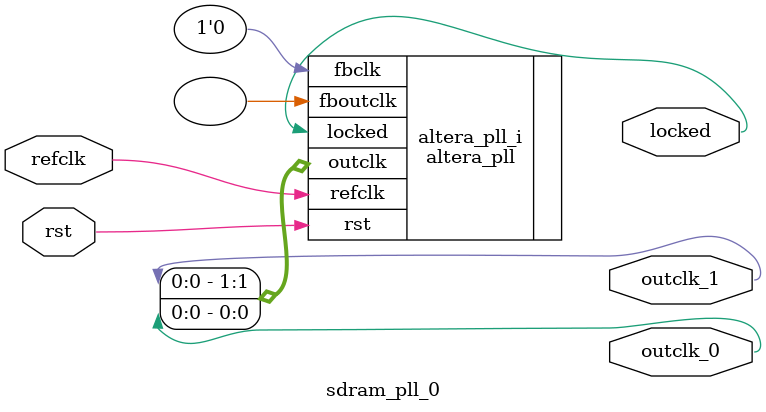
<source format=v>
`timescale 1ns/10ps
module  sdram_pll_0(

	// interface 'refclk'
	input wire refclk,

	// interface 'reset'
	input wire rst,

	// interface 'outclk0'
	output wire outclk_0,

	// interface 'outclk1'
	output wire outclk_1,

	// interface 'locked'
	output wire locked
);

	altera_pll #(
		.fractional_vco_multiplier("false"),
		.reference_clock_frequency("50.0 MHz"),
		.operation_mode("normal"),
		.number_of_clocks(2),
		.output_clock_frequency0("100.000000 MHz"),
		.phase_shift0("0 ps"),
		.duty_cycle0(50),
		.output_clock_frequency1("100.000000 MHz"),
		.phase_shift1("0 ps"),
		.duty_cycle1(50),
		.output_clock_frequency2("0 MHz"),
		.phase_shift2("0 ps"),
		.duty_cycle2(50),
		.output_clock_frequency3("0 MHz"),
		.phase_shift3("0 ps"),
		.duty_cycle3(50),
		.output_clock_frequency4("0 MHz"),
		.phase_shift4("0 ps"),
		.duty_cycle4(50),
		.output_clock_frequency5("0 MHz"),
		.phase_shift5("0 ps"),
		.duty_cycle5(50),
		.output_clock_frequency6("0 MHz"),
		.phase_shift6("0 ps"),
		.duty_cycle6(50),
		.output_clock_frequency7("0 MHz"),
		.phase_shift7("0 ps"),
		.duty_cycle7(50),
		.output_clock_frequency8("0 MHz"),
		.phase_shift8("0 ps"),
		.duty_cycle8(50),
		.output_clock_frequency9("0 MHz"),
		.phase_shift9("0 ps"),
		.duty_cycle9(50),
		.output_clock_frequency10("0 MHz"),
		.phase_shift10("0 ps"),
		.duty_cycle10(50),
		.output_clock_frequency11("0 MHz"),
		.phase_shift11("0 ps"),
		.duty_cycle11(50),
		.output_clock_frequency12("0 MHz"),
		.phase_shift12("0 ps"),
		.duty_cycle12(50),
		.output_clock_frequency13("0 MHz"),
		.phase_shift13("0 ps"),
		.duty_cycle13(50),
		.output_clock_frequency14("0 MHz"),
		.phase_shift14("0 ps"),
		.duty_cycle14(50),
		.output_clock_frequency15("0 MHz"),
		.phase_shift15("0 ps"),
		.duty_cycle15(50),
		.output_clock_frequency16("0 MHz"),
		.phase_shift16("0 ps"),
		.duty_cycle16(50),
		.output_clock_frequency17("0 MHz"),
		.phase_shift17("0 ps"),
		.duty_cycle17(50),
		.pll_type("General"),
		.pll_subtype("General")
	) altera_pll_i (
		.rst	(rst),
		.outclk	({outclk_1, outclk_0}),
		.locked	(locked),
		.fboutclk	( ),
		.fbclk	(1'b0),
		.refclk	(refclk)
	);
endmodule


</source>
